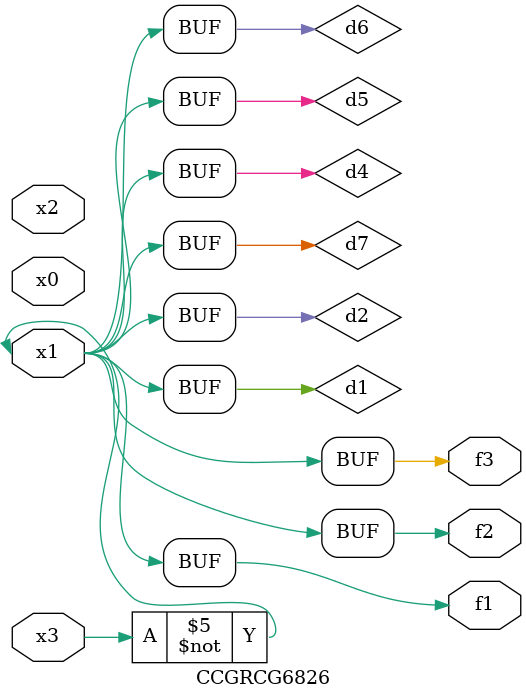
<source format=v>
module CCGRCG6826(
	input x0, x1, x2, x3,
	output f1, f2, f3
);

	wire d1, d2, d3, d4, d5, d6, d7;

	not (d1, x3);
	buf (d2, x1);
	xnor (d3, d1, d2);
	nor (d4, d1);
	buf (d5, d1, d2);
	buf (d6, d4, d5);
	nand (d7, d4);
	assign f1 = d6;
	assign f2 = d7;
	assign f3 = d6;
endmodule

</source>
